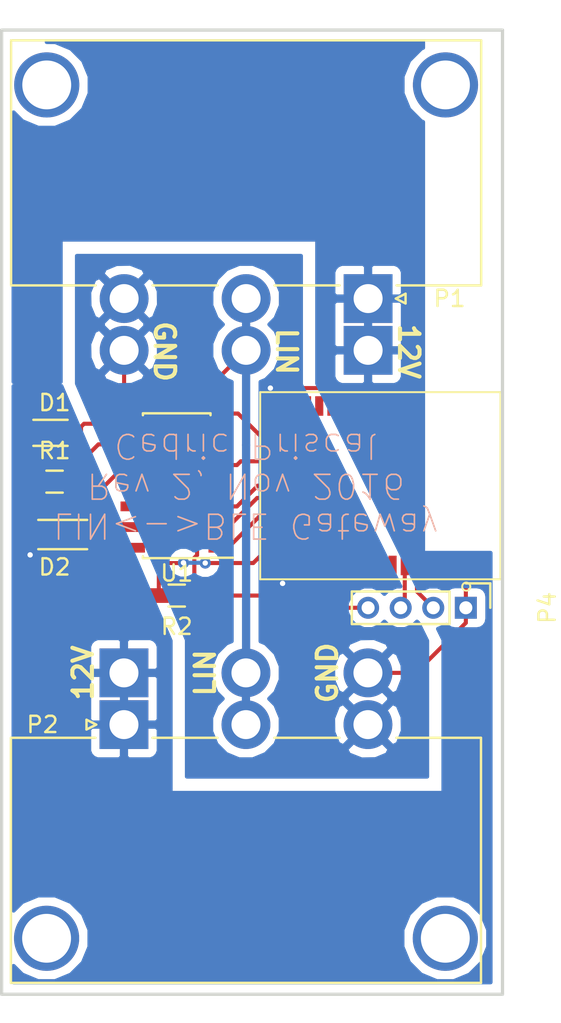
<source format=kicad_pcb>
(kicad_pcb (version 4) (host pcbnew 4.0.4+e1-6308~48~ubuntu16.04.1-stable)

  (general
    (links 33)
    (no_connects 0)
    (area 133.234999 72.525 168.075 135.755)
    (thickness 1.6)
    (drawings 11)
    (tracks 95)
    (zones 0)
    (modules 9)
    (nets 13)
  )

  (page A4)
  (layers
    (0 F.Cu signal)
    (31 B.Cu signal)
    (32 B.Adhes user)
    (33 F.Adhes user)
    (34 B.Paste user)
    (35 F.Paste user)
    (36 B.SilkS user)
    (37 F.SilkS user)
    (38 B.Mask user)
    (39 F.Mask user)
    (40 Dwgs.User user)
    (41 Cmts.User user)
    (42 Eco1.User user)
    (43 Eco2.User user)
    (44 Edge.Cuts user)
    (45 Margin user)
    (46 B.CrtYd user)
    (47 F.CrtYd user)
    (48 B.Fab user)
    (49 F.Fab user)
  )

  (setup
    (last_trace_width 0.25)
    (trace_clearance 0.2)
    (zone_clearance 0.508)
    (zone_45_only no)
    (trace_min 0.1524)
    (segment_width 0.2)
    (edge_width 0.2)
    (via_size 0.6858)
    (via_drill 0.3302)
    (via_min_size 0.6858)
    (via_min_drill 0.3)
    (uvia_size 0.3)
    (uvia_drill 0.1)
    (uvias_allowed no)
    (uvia_min_size 0)
    (uvia_min_drill 0)
    (pcb_text_width 0.3)
    (pcb_text_size 1.5 1.5)
    (mod_edge_width 0.15)
    (mod_text_size 1 1)
    (mod_text_width 0.15)
    (pad_size 1.524 1.524)
    (pad_drill 0.762)
    (pad_to_mask_clearance 0.2)
    (aux_axis_origin 133.5 74.5)
    (visible_elements FFFEEFFF)
    (pcbplotparams
      (layerselection 0x00030_80000001)
      (usegerberextensions false)
      (excludeedgelayer true)
      (linewidth 0.100000)
      (plotframeref false)
      (viasonmask false)
      (mode 1)
      (useauxorigin false)
      (hpglpennumber 1)
      (hpglpenspeed 20)
      (hpglpendiameter 15)
      (hpglpenoverlay 2)
      (psnegative false)
      (psa4output false)
      (plotreference true)
      (plotvalue true)
      (plotinvisibletext false)
      (padsonsilk false)
      (subtractmaskfromsilk false)
      (outputformat 1)
      (mirror false)
      (drillshape 1)
      (scaleselection 1)
      (outputdirectory ""))
  )

  (net 0 "")
  (net 1 GND)
  (net 2 +12V)
  (net 3 "Net-(P4-Pad2)")
  (net 4 "Net-(P4-Pad3)")
  (net 5 "Net-(D1-Pad1)")
  (net 6 +3V3)
  (net 7 /CS/LWAKE)
  (net 8 /FAULT)
  (net 9 /VBAT_RATIO)
  (net 10 /RXD)
  (net 11 /TXD)
  (net 12 /12V_UNPROTECTED)

  (net_class Default "This is the default net class."
    (clearance 0.2)
    (trace_width 0.25)
    (via_dia 0.6858)
    (via_drill 0.3302)
    (uvia_dia 0.3)
    (uvia_drill 0.1)
    (add_net +12V)
    (add_net +3V3)
    (add_net /12V_UNPROTECTED)
    (add_net /CS/LWAKE)
    (add_net /FAULT)
    (add_net /RXD)
    (add_net /TXD)
    (add_net /VBAT_RATIO)
    (add_net GND)
    (add_net "Net-(D1-Pad1)")
    (add_net "Net-(P4-Pad2)")
    (add_net "Net-(P4-Pad3)")
  )

  (module Connectors_Molex:Molex_Sabre_43160-XX03_03x7.49mm_Angled_BoardLock (layer F.Cu) (tedit 5794C14F) (tstamp 583FBBC9)
    (at 141.01 117.18)
    (descr "Sabre™ Right Angle Header, 43160-XX03, http://www.molex.com/pdm_docs/sd/431601102_sd.pdf")
    (tags "connector molex sabre 43160")
    (path /583FBC94)
    (fp_text reference P2 (at -5 0) (layer F.SilkS)
      (effects (font (size 1 1) (thickness 0.15)))
    )
    (fp_text value MOLEX-0431603103 (at 7.49 17.5) (layer F.Fab)
      (effects (font (size 1 1) (thickness 0.15)))
    )
    (fp_line (start -1.7 0) (end -2.3 0.3) (layer F.SilkS) (width 0.15))
    (fp_line (start -2.3 0.3) (end -2.3 -0.3) (layer F.SilkS) (width 0.15))
    (fp_line (start -2.3 -0.3) (end -1.7 0) (layer F.SilkS) (width 0.15))
    (fp_line (start -6.94 0.81) (end -6.94 15.87) (layer F.SilkS) (width 0.15))
    (fp_line (start -6.94 15.87) (end 21.92 15.87) (layer F.SilkS) (width 0.15))
    (fp_line (start 21.92 15.87) (end 21.92 0.81) (layer F.SilkS) (width 0.15))
    (fp_line (start -6.94 0.81) (end -1.75 0.81) (layer F.SilkS) (width 0.15))
    (fp_line (start 1.75 0.81) (end 5.74 0.81) (layer F.SilkS) (width 0.15))
    (fp_line (start 9.24 0.81) (end 13.23 0.81) (layer F.SilkS) (width 0.15))
    (fp_line (start 16.73 0.81) (end 21.92 0.81) (layer F.SilkS) (width 0.15))
    (fp_line (start -7.55 -5.2) (end -7.55 16.45) (layer F.CrtYd) (width 0.05))
    (fp_line (start -7.55 16.45) (end 22.5 16.45) (layer F.CrtYd) (width 0.05))
    (fp_line (start 22.5 16.45) (end 22.5 -5.2) (layer F.CrtYd) (width 0.05))
    (fp_line (start 22.5 -5.2) (end -7.55 -5.2) (layer F.CrtYd) (width 0.05))
    (pad 1 thru_hole rect (at 0 0) (size 3 3) (drill 1.78) (layers *.Cu *.Mask)
      (net 12 /12V_UNPROTECTED))
    (pad 1 thru_hole rect (at 0 -3.18) (size 3 3) (drill 1.78) (layers *.Cu *.Mask)
      (net 12 /12V_UNPROTECTED))
    (pad 2 thru_hole circle (at 7.49 0) (size 3 3) (drill 1.78) (layers *.Cu *.Mask)
      (net 5 "Net-(D1-Pad1)"))
    (pad 2 thru_hole circle (at 7.49 -3.18) (size 3 3) (drill 1.78) (layers *.Cu *.Mask)
      (net 5 "Net-(D1-Pad1)"))
    (pad 3 thru_hole circle (at 14.98 0) (size 3 3) (drill 1.78) (layers *.Cu *.Mask)
      (net 1 GND))
    (pad 3 thru_hole circle (at 14.98 -3.18) (size 3 3) (drill 1.78) (layers *.Cu *.Mask)
      (net 1 GND))
    (pad "" thru_hole circle (at -4.75 13.13) (size 4 4) (drill 3) (layers *.Cu *.Mask))
    (pad "" thru_hole circle (at 19.73 13.13) (size 4 4) (drill 3) (layers *.Cu *.Mask))
  )

  (module Connectors_Molex:Molex_Sabre_43160-XX03_03x7.49mm_Angled_BoardLock (layer F.Cu) (tedit 5794C14F) (tstamp 583D3374)
    (at 156 91 180)
    (descr "Sabre™ Right Angle Header, 43160-XX03, http://www.molex.com/pdm_docs/sd/431601102_sd.pdf")
    (tags "connector molex sabre 43160")
    (path /583D301B)
    (fp_text reference P1 (at -5 0 180) (layer F.SilkS)
      (effects (font (size 1 1) (thickness 0.15)))
    )
    (fp_text value MOLEX-0431603103 (at 7.49 17.5 180) (layer F.Fab)
      (effects (font (size 1 1) (thickness 0.15)))
    )
    (fp_line (start -1.7 0) (end -2.3 0.3) (layer F.SilkS) (width 0.15))
    (fp_line (start -2.3 0.3) (end -2.3 -0.3) (layer F.SilkS) (width 0.15))
    (fp_line (start -2.3 -0.3) (end -1.7 0) (layer F.SilkS) (width 0.15))
    (fp_line (start -6.94 0.81) (end -6.94 15.87) (layer F.SilkS) (width 0.15))
    (fp_line (start -6.94 15.87) (end 21.92 15.87) (layer F.SilkS) (width 0.15))
    (fp_line (start 21.92 15.87) (end 21.92 0.81) (layer F.SilkS) (width 0.15))
    (fp_line (start -6.94 0.81) (end -1.75 0.81) (layer F.SilkS) (width 0.15))
    (fp_line (start 1.75 0.81) (end 5.74 0.81) (layer F.SilkS) (width 0.15))
    (fp_line (start 9.24 0.81) (end 13.23 0.81) (layer F.SilkS) (width 0.15))
    (fp_line (start 16.73 0.81) (end 21.92 0.81) (layer F.SilkS) (width 0.15))
    (fp_line (start -7.55 -5.2) (end -7.55 16.45) (layer F.CrtYd) (width 0.05))
    (fp_line (start -7.55 16.45) (end 22.5 16.45) (layer F.CrtYd) (width 0.05))
    (fp_line (start 22.5 16.45) (end 22.5 -5.2) (layer F.CrtYd) (width 0.05))
    (fp_line (start 22.5 -5.2) (end -7.55 -5.2) (layer F.CrtYd) (width 0.05))
    (pad 1 thru_hole rect (at 0 0 180) (size 3 3) (drill 1.78) (layers *.Cu *.Mask)
      (net 12 /12V_UNPROTECTED))
    (pad 1 thru_hole rect (at 0 -3.18 180) (size 3 3) (drill 1.78) (layers *.Cu *.Mask)
      (net 12 /12V_UNPROTECTED))
    (pad 2 thru_hole circle (at 7.49 0 180) (size 3 3) (drill 1.78) (layers *.Cu *.Mask)
      (net 5 "Net-(D1-Pad1)"))
    (pad 2 thru_hole circle (at 7.49 -3.18 180) (size 3 3) (drill 1.78) (layers *.Cu *.Mask)
      (net 5 "Net-(D1-Pad1)"))
    (pad 3 thru_hole circle (at 14.98 0 180) (size 3 3) (drill 1.78) (layers *.Cu *.Mask)
      (net 1 GND))
    (pad 3 thru_hole circle (at 14.98 -3.18 180) (size 3 3) (drill 1.78) (layers *.Cu *.Mask)
      (net 1 GND))
    (pad "" thru_hole circle (at -4.75 13.13 180) (size 4 4) (drill 3) (layers *.Cu *.Mask))
    (pad "" thru_hole circle (at 19.73 13.13 180) (size 4 4) (drill 3) (layers *.Cu *.Mask))
  )

  (module Resistors_SMD:R_0603_HandSoldering (layer F.Cu) (tedit 58307AEF) (tstamp 583D1F64)
    (at 136.75 102.25)
    (descr "Resistor SMD 0603, hand soldering")
    (tags "resistor 0603")
    (path /583D2468)
    (attr smd)
    (fp_text reference R1 (at 0 -1.9) (layer F.SilkS)
      (effects (font (size 1 1) (thickness 0.15)))
    )
    (fp_text value 10k (at 0 1.9) (layer F.Fab)
      (effects (font (size 1 1) (thickness 0.15)))
    )
    (fp_line (start -0.8 0.4) (end -0.8 -0.4) (layer F.Fab) (width 0.1))
    (fp_line (start 0.8 0.4) (end -0.8 0.4) (layer F.Fab) (width 0.1))
    (fp_line (start 0.8 -0.4) (end 0.8 0.4) (layer F.Fab) (width 0.1))
    (fp_line (start -0.8 -0.4) (end 0.8 -0.4) (layer F.Fab) (width 0.1))
    (fp_line (start -2 -0.8) (end 2 -0.8) (layer F.CrtYd) (width 0.05))
    (fp_line (start -2 0.8) (end 2 0.8) (layer F.CrtYd) (width 0.05))
    (fp_line (start -2 -0.8) (end -2 0.8) (layer F.CrtYd) (width 0.05))
    (fp_line (start 2 -0.8) (end 2 0.8) (layer F.CrtYd) (width 0.05))
    (fp_line (start 0.5 0.675) (end -0.5 0.675) (layer F.SilkS) (width 0.15))
    (fp_line (start -0.5 -0.675) (end 0.5 -0.675) (layer F.SilkS) (width 0.15))
    (pad 1 smd rect (at -1.1 0) (size 1.2 0.9) (layers F.Cu F.Paste F.Mask)
      (net 2 +12V))
    (pad 2 smd rect (at 1.1 0) (size 1.2 0.9) (layers F.Cu F.Paste F.Mask)
      (net 5 "Net-(D1-Pad1)"))
    (model Resistors_SMD.3dshapes/R_0603_HandSoldering.wrl
      (at (xyz 0 0 0))
      (scale (xyz 1 1 1))
      (rotate (xyz 0 0 0))
    )
  )

  (module Pin_Headers:Pin_Header_Straight_1x04_Pitch2.00mm (layer F.Cu) (tedit 56FA75DA) (tstamp 58085EF5)
    (at 162 110 270)
    (descr "Through hole pin header, 1x04, 2.00mm pitch, single row")
    (tags "pin header single row")
    (path /580874C5)
    (fp_text reference P4 (at 0 -5 270) (layer F.SilkS)
      (effects (font (size 1 1) (thickness 0.15)))
    )
    (fp_text value CONN_01X03 (at 0 -3 270) (layer F.Fab)
      (effects (font (size 1 1) (thickness 0.15)))
    )
    (fp_line (start -1 1) (end 1 1) (layer F.SilkS) (width 0.15))
    (fp_line (start 1 1) (end 1 7) (layer F.SilkS) (width 0.15))
    (fp_line (start 1 7) (end -1 7) (layer F.SilkS) (width 0.15))
    (fp_line (start -1 7) (end -1 1) (layer F.SilkS) (width 0.15))
    (fp_line (start -1.6 -1.6) (end 1.6 -1.6) (layer F.CrtYd) (width 0.05))
    (fp_line (start 1.6 -1.6) (end 1.6 7.6) (layer F.CrtYd) (width 0.05))
    (fp_line (start 1.6 7.6) (end -1.6 7.6) (layer F.CrtYd) (width 0.05))
    (fp_line (start -1.6 7.6) (end -1.6 -1.6) (layer F.CrtYd) (width 0.05))
    (fp_line (start -1.5 0) (end -1.5 -1.5) (layer F.SilkS) (width 0.15))
    (fp_line (start -1.5 -1.5) (end 0 -1.5) (layer F.SilkS) (width 0.15))
    (pad 1 thru_hole rect (at 0 0 270) (size 1.35 1.35) (drill 0.8) (layers *.Cu *.Mask)
      (net 1 GND))
    (pad 2 thru_hole circle (at 0 2 270) (size 1.35 1.35) (drill 0.8) (layers *.Cu *.Mask)
      (net 3 "Net-(P4-Pad2)"))
    (pad 3 thru_hole circle (at 0 4 270) (size 1.35 1.35) (drill 0.8) (layers *.Cu *.Mask)
      (net 4 "Net-(P4-Pad3)"))
    (pad 4 thru_hole circle (at 0 6 270) (size 1.35 1.35) (drill 0.8) (layers *.Cu *.Mask)
      (net 6 +3V3))
    (model Pin_Headers.3dshapes/Pin_Header_Straight_1x04_Pitch2.00mm.wrl
      (at (xyz 0 0 0))
      (scale (xyz 1 1 1))
      (rotate (xyz 0 0 0))
    )
  )

  (module Diodes_SMD:SOD-123 (layer F.Cu) (tedit 5753A53E) (tstamp 580859BD)
    (at 136.75 105.5 180)
    (descr SOD-123)
    (tags SOD-123)
    (path /58088008)
    (attr smd)
    (fp_text reference D2 (at 0 -2 180) (layer F.SilkS)
      (effects (font (size 1 1) (thickness 0.15)))
    )
    (fp_text value 1N4148 (at 0 2.1 180) (layer F.Fab)
      (effects (font (size 1 1) (thickness 0.15)))
    )
    (fp_line (start 0.25 0) (end 0.75 0) (layer F.Fab) (width 0.15))
    (fp_line (start 0.25 0.4) (end -0.35 0) (layer F.Fab) (width 0.15))
    (fp_line (start 0.25 -0.4) (end 0.25 0.4) (layer F.Fab) (width 0.15))
    (fp_line (start -0.35 0) (end 0.25 -0.4) (layer F.Fab) (width 0.15))
    (fp_line (start -0.35 0) (end -0.35 0.55) (layer F.Fab) (width 0.15))
    (fp_line (start -0.35 0) (end -0.35 -0.55) (layer F.Fab) (width 0.15))
    (fp_line (start -0.75 0) (end -0.35 0) (layer F.Fab) (width 0.15))
    (fp_line (start -1.35 0.8) (end -1.35 -0.8) (layer F.Fab) (width 0.15))
    (fp_line (start 1.35 0.8) (end -1.35 0.8) (layer F.Fab) (width 0.15))
    (fp_line (start 1.35 -0.8) (end 1.35 0.8) (layer F.Fab) (width 0.15))
    (fp_line (start -1.35 -0.8) (end 1.35 -0.8) (layer F.Fab) (width 0.15))
    (fp_line (start -2.25 -1.05) (end 2.25 -1.05) (layer F.CrtYd) (width 0.05))
    (fp_line (start 2.25 -1.05) (end 2.25 1.05) (layer F.CrtYd) (width 0.05))
    (fp_line (start 2.25 1.05) (end -2.25 1.05) (layer F.CrtYd) (width 0.05))
    (fp_line (start -2.25 -1.05) (end -2.25 1.05) (layer F.CrtYd) (width 0.05))
    (fp_line (start -2 0.9) (end 1 0.9) (layer F.SilkS) (width 0.15))
    (fp_line (start -2 -0.9) (end 1 -0.9) (layer F.SilkS) (width 0.15))
    (pad 1 smd rect (at -1.635 0 180) (size 0.91 1.22) (layers F.Cu F.Paste F.Mask)
      (net 2 +12V))
    (pad 2 smd rect (at 1.635 0 180) (size 0.91 1.22) (layers F.Cu F.Paste F.Mask)
      (net 12 /12V_UNPROTECTED))
    (model ${KISYS3DMOD}/Diodes_SMD.3dshapes/SOD-123.wrl
      (at (xyz 0 0 0))
      (scale (xyz 1 1 1))
      (rotate (xyz 0 0 0))
    )
  )

  (module Diodes_SMD:SOD-323_HandSoldering (layer F.Cu) (tedit 57A875DC) (tstamp 580859B7)
    (at 136.75 99.25)
    (descr SOD-323)
    (tags SOD-323)
    (path /58088341)
    (attr smd)
    (fp_text reference D1 (at 0 -1.85) (layer F.SilkS)
      (effects (font (size 1 1) (thickness 0.15)))
    )
    (fp_text value RSB36V (at 0.1 1.9) (layer F.Fab)
      (effects (font (size 1 1) (thickness 0.15)))
    )
    (fp_line (start 0.2 0) (end 0.45 0) (layer F.Fab) (width 0.15))
    (fp_line (start 0.2 0.35) (end -0.3 0) (layer F.Fab) (width 0.15))
    (fp_line (start 0.2 -0.35) (end 0.2 0.35) (layer F.Fab) (width 0.15))
    (fp_line (start -0.3 0) (end 0.2 -0.35) (layer F.Fab) (width 0.15))
    (fp_line (start -0.3 0) (end -0.5 0) (layer F.Fab) (width 0.15))
    (fp_line (start -0.3 -0.35) (end -0.3 0.35) (layer F.Fab) (width 0.15))
    (fp_line (start -0.85 0.65) (end -0.85 -0.65) (layer F.Fab) (width 0.15))
    (fp_line (start 0.85 0.65) (end -0.85 0.65) (layer F.Fab) (width 0.15))
    (fp_line (start 0.85 -0.65) (end 0.85 0.65) (layer F.Fab) (width 0.15))
    (fp_line (start -0.85 -0.65) (end 0.85 -0.65) (layer F.Fab) (width 0.15))
    (fp_line (start -1.9 -0.95) (end 1.9 -0.95) (layer F.CrtYd) (width 0.05))
    (fp_line (start 1.9 -0.95) (end 1.9 0.95) (layer F.CrtYd) (width 0.05))
    (fp_line (start -1.9 0.95) (end 1.9 0.95) (layer F.CrtYd) (width 0.05))
    (fp_line (start -1.9 -0.95) (end -1.9 0.95) (layer F.CrtYd) (width 0.05))
    (fp_line (start -1.3 0.8) (end 0.8 0.8) (layer F.SilkS) (width 0.15))
    (fp_line (start -1.3 -0.8) (end 0.8 -0.8) (layer F.SilkS) (width 0.15))
    (pad 1 smd rect (at -1.25 0) (size 1 1) (layers F.Cu F.Paste F.Mask)
      (net 5 "Net-(D1-Pad1)"))
    (pad 2 smd rect (at 1.25 0) (size 1 1) (layers F.Cu F.Paste F.Mask)
      (net 1 GND))
    (model Diodes_SMD.3dshapes/SOD-323.wrl
      (at (xyz 0 0 0))
      (scale (xyz 1 1 1))
      (rotate (xyz 0 0 180))
    )
  )

  (module Housings_SOIC:SOIC-14_3.9x8.7mm_Pitch1.27mm (layer F.Cu) (tedit 574D9791) (tstamp 580718C0)
    (at 144.25 102.5 180)
    (descr "14-Lead Plastic Small Outline (SL) - Narrow, 3.90 mm Body [SOIC] (see Microchip Packaging Specification 00000049BS.pdf)")
    (tags "SOIC 1.27")
    (path /5807224D)
    (attr smd)
    (fp_text reference U1 (at 0 -5.375 180) (layer F.SilkS)
      (effects (font (size 1 1) (thickness 0.15)))
    )
    (fp_text value MCP2050 (at 0 5.375 180) (layer F.Fab)
      (effects (font (size 1 1) (thickness 0.15)))
    )
    (fp_line (start -0.95 -4.35) (end 1.95 -4.35) (layer F.Fab) (width 0.15))
    (fp_line (start 1.95 -4.35) (end 1.95 4.35) (layer F.Fab) (width 0.15))
    (fp_line (start 1.95 4.35) (end -1.95 4.35) (layer F.Fab) (width 0.15))
    (fp_line (start -1.95 4.35) (end -1.95 -3.35) (layer F.Fab) (width 0.15))
    (fp_line (start -1.95 -3.35) (end -0.95 -4.35) (layer F.Fab) (width 0.15))
    (fp_line (start -3.7 -4.65) (end -3.7 4.65) (layer F.CrtYd) (width 0.05))
    (fp_line (start 3.7 -4.65) (end 3.7 4.65) (layer F.CrtYd) (width 0.05))
    (fp_line (start -3.7 -4.65) (end 3.7 -4.65) (layer F.CrtYd) (width 0.05))
    (fp_line (start -3.7 4.65) (end 3.7 4.65) (layer F.CrtYd) (width 0.05))
    (fp_line (start -2.075 -4.45) (end -2.075 -4.425) (layer F.SilkS) (width 0.15))
    (fp_line (start 2.075 -4.45) (end 2.075 -4.335) (layer F.SilkS) (width 0.15))
    (fp_line (start 2.075 4.45) (end 2.075 4.335) (layer F.SilkS) (width 0.15))
    (fp_line (start -2.075 4.45) (end -2.075 4.335) (layer F.SilkS) (width 0.15))
    (fp_line (start -2.075 -4.45) (end 2.075 -4.45) (layer F.SilkS) (width 0.15))
    (fp_line (start -2.075 4.45) (end 2.075 4.45) (layer F.SilkS) (width 0.15))
    (fp_line (start -2.075 -4.425) (end -3.45 -4.425) (layer F.SilkS) (width 0.15))
    (pad 1 smd rect (at -2.7 -3.81 180) (size 1.5 0.6) (layers F.Cu F.Paste F.Mask)
      (net 9 /VBAT_RATIO))
    (pad 2 smd rect (at -2.7 -2.54 180) (size 1.5 0.6) (layers F.Cu F.Paste F.Mask)
      (net 10 /RXD))
    (pad 3 smd rect (at -2.7 -1.27 180) (size 1.5 0.6) (layers F.Cu F.Paste F.Mask)
      (net 7 /CS/LWAKE))
    (pad 4 smd rect (at -2.7 0 180) (size 1.5 0.6) (layers F.Cu F.Paste F.Mask)
      (net 6 +3V3))
    (pad 5 smd rect (at -2.7 1.27 180) (size 1.5 0.6) (layers F.Cu F.Paste F.Mask)
      (net 11 /TXD))
    (pad 6 smd rect (at -2.7 2.54 180) (size 1.5 0.6) (layers F.Cu F.Paste F.Mask))
    (pad 7 smd rect (at -2.7 3.81 180) (size 1.5 0.6) (layers F.Cu F.Paste F.Mask))
    (pad 8 smd rect (at 2.7 3.81 180) (size 1.5 0.6) (layers F.Cu F.Paste F.Mask)
      (net 1 GND))
    (pad 9 smd rect (at 2.7 2.54 180) (size 1.5 0.6) (layers F.Cu F.Paste F.Mask)
      (net 5 "Net-(D1-Pad1)"))
    (pad 10 smd rect (at 2.7 1.27 180) (size 1.5 0.6) (layers F.Cu F.Paste F.Mask)
      (net 2 +12V))
    (pad 11 smd rect (at 2.7 0 180) (size 1.5 0.6) (layers F.Cu F.Paste F.Mask)
      (net 8 /FAULT))
    (pad 12 smd rect (at 2.7 -1.27 180) (size 1.5 0.6) (layers F.Cu F.Paste F.Mask))
    (pad 13 smd rect (at 2.7 -2.54 180) (size 1.5 0.6) (layers F.Cu F.Paste F.Mask))
    (pad 14 smd rect (at 2.7 -3.81 180) (size 1.5 0.6) (layers F.Cu F.Paste F.Mask))
    (model Housings_SOIC.3dshapes/SOIC-14_3.9x8.7mm_Pitch1.27mm.wrl
      (at (xyz 0 0 0))
      (scale (xyz 1 1 1))
      (rotate (xyz 0 0 0))
    )
  )

  (module Resistors_SMD:R_0603_HandSoldering (layer F.Cu) (tedit 58307AEF) (tstamp 58071F28)
    (at 144.25 109.25 180)
    (descr "Resistor SMD 0603, hand soldering")
    (tags "resistor 0603")
    (path /58073BC8)
    (attr smd)
    (fp_text reference R2 (at 0 -1.9 180) (layer F.SilkS)
      (effects (font (size 1 1) (thickness 0.15)))
    )
    (fp_text value 10k (at 0 1.9 180) (layer F.Fab)
      (effects (font (size 1 1) (thickness 0.15)))
    )
    (fp_line (start -0.8 0.4) (end -0.8 -0.4) (layer F.Fab) (width 0.1))
    (fp_line (start 0.8 0.4) (end -0.8 0.4) (layer F.Fab) (width 0.1))
    (fp_line (start 0.8 -0.4) (end 0.8 0.4) (layer F.Fab) (width 0.1))
    (fp_line (start -0.8 -0.4) (end 0.8 -0.4) (layer F.Fab) (width 0.1))
    (fp_line (start -2 -0.8) (end 2 -0.8) (layer F.CrtYd) (width 0.05))
    (fp_line (start -2 0.8) (end 2 0.8) (layer F.CrtYd) (width 0.05))
    (fp_line (start -2 -0.8) (end -2 0.8) (layer F.CrtYd) (width 0.05))
    (fp_line (start 2 -0.8) (end 2 0.8) (layer F.CrtYd) (width 0.05))
    (fp_line (start 0.5 0.675) (end -0.5 0.675) (layer F.SilkS) (width 0.15))
    (fp_line (start -0.5 -0.675) (end 0.5 -0.675) (layer F.SilkS) (width 0.15))
    (pad 1 smd rect (at -1.1 0 180) (size 1.2 0.9) (layers F.Cu F.Paste F.Mask)
      (net 6 +3V3))
    (pad 2 smd rect (at 1.1 0 180) (size 1.2 0.9) (layers F.Cu F.Paste F.Mask)
      (net 8 /FAULT))
    (model Resistors_SMD.3dshapes/R_0603_HandSoldering.wrl
      (at (xyz 0 0 0))
      (scale (xyz 1 1 1))
      (rotate (xyz 0 0 0))
    )
  )

  (module RF_Modules:Laird_BL652 (layer F.Cu) (tedit 5862C437) (tstamp 5862C5C3)
    (at 156.375 102.5 180)
    (path /5807152B)
    (fp_text reference U2 (at 0 1.25 180) (layer F.Fab)
      (effects (font (size 2 2) (thickness 0.15)))
    )
    (fp_text value BL652 (at -0.05 -1.25 180) (layer F.Fab)
      (effects (font (size 1 1) (thickness 0.15)))
    )
    (fp_line (start -7.75 5.75) (end -7.75 -5.75) (layer F.Fab) (width 0.1))
    (fp_line (start 7 5.75) (end -7.75 5.75) (layer F.Fab) (width 0.1))
    (fp_line (start 7 -5.75) (end 7 5.75) (layer F.Fab) (width 0.1))
    (fp_line (start -7.75 -5.75) (end 7 -5.75) (layer F.Fab) (width 0.1))
    (fp_circle (center -5.65 -6.2) (end -5.65 -5.95) (layer F.SilkS) (width 0.12))
    (fp_line (start -7.75 5.75) (end -7.75 -5.75) (layer F.SilkS) (width 0.12))
    (fp_line (start 7 5.75) (end -7.75 5.75) (layer F.SilkS) (width 0.12))
    (fp_line (start 7 -5.75) (end 7 5.75) (layer F.SilkS) (width 0.12))
    (fp_line (start -7.75 -5.75) (end 7 -5.75) (layer F.SilkS) (width 0.12))
    (fp_line (start 6.175 5) (end -7.825 5) (layer F.CrtYd) (width 0.05))
    (fp_line (start 6.175 -5) (end 6.175 5) (layer F.CrtYd) (width 0.05))
    (fp_line (start -7.825 -5) (end 6.175 -5) (layer F.CrtYd) (width 0.05))
    (fp_line (start -7.825 -5) (end -7.825 5) (layer F.CrtYd) (width 0.05))
    (pad 1 smd rect (at -5.625 -4.9 270) (size 1.2 0.5) (layers F.Cu F.Paste F.Mask)
      (net 1 GND))
    (pad 2 smd rect (at -4.875 -4.9 270) (size 1.2 0.5) (layers F.Cu F.Paste F.Mask))
    (pad 3 smd rect (at -4.125 -4.9 270) (size 1.2 0.5) (layers F.Cu F.Paste F.Mask))
    (pad 4 smd rect (at -3.375 -4.9 270) (size 1.2 0.5) (layers F.Cu F.Paste F.Mask))
    (pad 5 smd rect (at -2.625 -4.9 270) (size 1.2 0.5) (layers F.Cu F.Paste F.Mask)
      (net 3 "Net-(P4-Pad2)"))
    (pad 6 smd rect (at -1.875 -4.9 270) (size 1.2 0.5) (layers F.Cu F.Paste F.Mask)
      (net 4 "Net-(P4-Pad3)"))
    (pad 7 smd rect (at -1.125 -4.9 270) (size 1.2 0.5) (layers F.Cu F.Paste F.Mask))
    (pad 8 smd rect (at -0.375 -4.9 270) (size 1.2 0.5) (layers F.Cu F.Paste F.Mask))
    (pad 9 smd rect (at 0.375 -4.9 270) (size 1.2 0.5) (layers F.Cu F.Paste F.Mask))
    (pad 10 smd rect (at 1.125 -4.9 270) (size 1.2 0.5) (layers F.Cu F.Paste F.Mask))
    (pad 11 smd rect (at 1.875 -4.9 270) (size 1.2 0.5) (layers F.Cu F.Paste F.Mask))
    (pad 12 smd rect (at 2.625 -4.9 270) (size 1.2 0.5) (layers F.Cu F.Paste F.Mask))
    (pad 13 smd rect (at 3.375 -4.9 270) (size 1.2 0.5) (layers F.Cu F.Paste F.Mask))
    (pad 14 smd rect (at 4.125 -4.9 270) (size 1.2 0.5) (layers F.Cu F.Paste F.Mask))
    (pad 15 smd rect (at 4.875 -4.9 270) (size 1.2 0.5) (layers F.Cu F.Paste F.Mask))
    (pad 16 smd rect (at 5.625 -4.9 270) (size 1.2 0.5) (layers F.Cu F.Paste F.Mask)
      (net 1 GND))
    (pad 17 smd rect (at 6.075 -3.75 180) (size 1.2 0.5) (layers F.Cu F.Paste F.Mask)
      (net 8 /FAULT))
    (pad 18 smd rect (at 6.075 -3 180) (size 1.2 0.5) (layers F.Cu F.Paste F.Mask))
    (pad 19 smd rect (at 6.075 -2.25 180) (size 1.2 0.5) (layers F.Cu F.Paste F.Mask))
    (pad 20 smd rect (at 6.075 -1.5 180) (size 1.2 0.5) (layers F.Cu F.Paste F.Mask)
      (net 9 /VBAT_RATIO))
    (pad 21 smd rect (at 6.075 -0.75 180) (size 1.2 0.5) (layers F.Cu F.Paste F.Mask)
      (net 10 /RXD))
    (pad 22 smd rect (at 6.075 0 180) (size 1.2 0.5) (layers F.Cu F.Paste F.Mask)
      (net 7 /CS/LWAKE))
    (pad 23 smd rect (at 6.075 0.75 180) (size 1.2 0.5) (layers F.Cu F.Paste F.Mask))
    (pad 24 smd rect (at 6.075 1.5 180) (size 1.2 0.5) (layers F.Cu F.Paste F.Mask)
      (net 11 /TXD))
    (pad 25 smd rect (at 6.075 2.25 180) (size 1.2 0.5) (layers F.Cu F.Paste F.Mask))
    (pad 26 smd rect (at 6.075 3 180) (size 1.2 0.5) (layers F.Cu F.Paste F.Mask)
      (net 6 +3V3))
    (pad 27 smd rect (at 6.075 3.75 180) (size 1.2 0.5) (layers F.Cu F.Paste F.Mask)
      (net 1 GND))
    (pad 28 smd rect (at 5.625 4.9 270) (size 1.2 0.5) (layers F.Cu F.Paste F.Mask))
    (pad 29 smd rect (at 4.875 4.9 270) (size 1.2 0.5) (layers F.Cu F.Paste F.Mask))
    (pad 30 smd rect (at 4.125 4.9 270) (size 1.2 0.5) (layers F.Cu F.Paste F.Mask))
    (pad 31 smd rect (at 3.375 4.9 270) (size 1.2 0.5) (layers F.Cu F.Paste F.Mask))
    (pad 32 smd rect (at 2.625 4.9 270) (size 1.2 0.5) (layers F.Cu F.Paste F.Mask))
    (pad 33 smd rect (at 1.875 4.9 270) (size 1.2 0.5) (layers F.Cu F.Paste F.Mask))
    (pad 34 smd rect (at 1.125 4.9 270) (size 1.2 0.5) (layers F.Cu F.Paste F.Mask))
    (pad 35 smd rect (at 0.375 4.9 270) (size 1.2 0.5) (layers F.Cu F.Paste F.Mask))
    (pad 36 smd rect (at -0.375 4.9 270) (size 1.2 0.5) (layers F.Cu F.Paste F.Mask))
    (pad 37 smd rect (at -1.125 4.9 270) (size 1.2 0.5) (layers F.Cu F.Paste F.Mask))
    (pad 38 smd rect (at -1.875 4.9 270) (size 1.2 0.5) (layers F.Cu F.Paste F.Mask))
    (pad 39 smd rect (at -2.625 4.9 270) (size 1.2 0.5) (layers F.Cu F.Paste F.Mask)
      (net 1 GND))
  )

  (gr_text 12V (at 158.5 94.25 270) (layer F.SilkS) (tstamp 583FCF22)
    (effects (font (size 1.2 1.2) (thickness 0.25)))
  )
  (gr_text LIN (at 151 94.25 270) (layer F.SilkS) (tstamp 583FCF0D)
    (effects (font (size 1.2 1.2) (thickness 0.25)))
  )
  (gr_text GND (at 143.5 94.25 270) (layer F.SilkS) (tstamp 583FCEF7)
    (effects (font (size 1.2 1.2) (thickness 0.25)))
  )
  (gr_line (start 133.5 133.75) (end 133.5 74.5) (layer Edge.Cuts) (width 0.2))
  (gr_line (start 164.25 133.75) (end 133.5 133.75) (layer Edge.Cuts) (width 0.2))
  (gr_line (start 164.25 74.5) (end 164.25 133.75) (layer Edge.Cuts) (width 0.2))
  (gr_line (start 133.5 74.5) (end 164.25 74.5) (layer Edge.Cuts) (width 0.2))
  (gr_text "LIN<->BLE Gateway\nRev 2, Nov 2016\nCedric Priscal" (at 148.5 102.5 180) (layer B.SilkS)
    (effects (font (thickness 0.1016)) (justify mirror))
  )
  (gr_text 12V (at 138.5 114 90) (layer F.SilkS) (tstamp 580866BB)
    (effects (font (size 1.2 1.2) (thickness 0.25)))
  )
  (gr_text GND (at 153.5 114 90) (layer F.SilkS) (tstamp 580866A5)
    (effects (font (size 1.2 1.2) (thickness 0.25)))
  )
  (gr_text LIN (at 146 114 90) (layer F.SilkS) (tstamp 58086673)
    (effects (font (size 1.2 1.2) (thickness 0.25)))
  )

  (segment (start 164.25 111) (end 164.25 96.25) (width 0.25) (layer Dwgs.User) (net 0))
  (segment (start 164.25 96.5) (end 164.25 111) (width 0.25) (layer Dwgs.User) (net 0))
  (segment (start 150.3 98.75) (end 149.95 98.75) (width 0.25) (layer F.Cu) (net 1))
  (segment (start 149.95 98.75) (end 149.45 98.25) (width 0.25) (layer F.Cu) (net 1))
  (segment (start 149.657101 96.842899) (end 150 96.5) (width 0.25) (layer F.Cu) (net 1))
  (segment (start 149.45 98.25) (end 149.45 97.05) (width 0.25) (layer F.Cu) (net 1))
  (segment (start 149.45 97.05) (end 149.657101 96.842899) (width 0.25) (layer F.Cu) (net 1))
  (segment (start 159 97.6) (end 159 96.75) (width 0.25) (layer F.Cu) (net 1))
  (segment (start 159 96.75) (end 158.75 96.5) (width 0.25) (layer F.Cu) (net 1))
  (segment (start 158.75 96.5) (end 150 96.5) (width 0.25) (layer F.Cu) (net 1))
  (via (at 150 96.5) (size 0.6858) (drill 0.3302) (layers F.Cu B.Cu) (net 1))
  (segment (start 150.75 107.4) (end 150.75 108.5) (width 0.25) (layer F.Cu) (net 1))
  (via (at 150.75 108.5) (size 0.6858) (drill 0.3302) (layers F.Cu B.Cu) (net 1))
  (segment (start 141.02 94.18) (end 141.02 98.16) (width 0.25) (layer F.Cu) (net 1))
  (segment (start 141.02 98.16) (end 141.55 98.69) (width 0.25) (layer F.Cu) (net 1))
  (segment (start 162 110) (end 162 110.925) (width 0.25) (layer F.Cu) (net 1))
  (segment (start 162 110.925) (end 158.925 114) (width 0.25) (layer F.Cu) (net 1))
  (segment (start 158.925 114) (end 158.11132 114) (width 0.25) (layer F.Cu) (net 1))
  (segment (start 158.11132 114) (end 155.99 114) (width 0.25) (layer F.Cu) (net 1))
  (segment (start 155.99 113.74) (end 155.99 114) (width 0.25) (layer B.Cu) (net 1))
  (segment (start 162 110) (end 162 107.4) (width 0.25) (layer F.Cu) (net 1))
  (segment (start 141.55 98.69) (end 138.56 98.69) (width 0.25) (layer F.Cu) (net 1))
  (segment (start 138.56 98.69) (end 138 99.25) (width 0.25) (layer F.Cu) (net 1))
  (segment (start 141.55 101.23) (end 141.1 101.23) (width 0.25) (layer F.Cu) (net 2))
  (segment (start 141.1 101.23) (end 138.385 103.945) (width 0.25) (layer F.Cu) (net 2))
  (segment (start 138.385 103.945) (end 138.385 104.64) (width 0.25) (layer F.Cu) (net 2))
  (segment (start 138.385 104.64) (end 138.385 105.5) (width 0.25) (layer F.Cu) (net 2))
  (segment (start 135.65 102.25) (end 135.8 102.25) (width 0.25) (layer F.Cu) (net 2))
  (segment (start 135.8 102.25) (end 138.385 104.835) (width 0.25) (layer F.Cu) (net 2))
  (segment (start 138.385 104.835) (end 138.385 105.5) (width 0.25) (layer F.Cu) (net 2))
  (segment (start 160 110) (end 159 109) (width 0.25) (layer F.Cu) (net 3))
  (segment (start 159 109) (end 159 107.4) (width 0.25) (layer F.Cu) (net 3))
  (segment (start 158 110) (end 158.25 109.75) (width 0.25) (layer F.Cu) (net 4))
  (segment (start 158.25 109.75) (end 158.25 108.25) (width 0.25) (layer F.Cu) (net 4))
  (segment (start 158.25 108.25) (end 158.25 107.4) (width 0.25) (layer F.Cu) (net 4))
  (segment (start 141.55 99.96) (end 142.73 99.96) (width 0.25) (layer F.Cu) (net 5))
  (segment (start 142.73 99.96) (end 148.51 94.18) (width 0.25) (layer F.Cu) (net 5))
  (segment (start 148.51 94.18) (end 148.51 100) (width 0.508) (layer B.Cu) (net 5))
  (segment (start 148.51 100) (end 148.51 113.99) (width 0.508) (layer B.Cu) (net 5))
  (segment (start 141.55 99.96) (end 139.44 99.96) (width 0.25) (layer F.Cu) (net 5))
  (segment (start 139.44 99.96) (end 137.85 101.55) (width 0.25) (layer F.Cu) (net 5))
  (segment (start 137.85 101.55) (end 137.85 102.25) (width 0.25) (layer F.Cu) (net 5))
  (segment (start 135.5 99.25) (end 136.25 99.25) (width 0.25) (layer F.Cu) (net 5))
  (segment (start 137.85 100.85) (end 137.85 101.55) (width 0.25) (layer F.Cu) (net 5))
  (segment (start 136.25 99.25) (end 137.85 100.85) (width 0.25) (layer F.Cu) (net 5))
  (segment (start 148.5 114) (end 148.5 117.18) (width 0.508) (layer B.Cu) (net 5))
  (segment (start 148.51 113.99) (end 148.5 114) (width 0.25) (layer B.Cu) (net 5))
  (segment (start 148.51 91) (end 148.51 94.18) (width 0.508) (layer B.Cu) (net 5))
  (segment (start 145.35 108.55) (end 145.332098 108.532098) (width 0.25) (layer F.Cu) (net 6))
  (segment (start 145.5 106.761502) (end 145.5 102.5) (width 0.25) (layer F.Cu) (net 6))
  (segment (start 145.332098 108.532098) (end 145.332098 106.929404) (width 0.25) (layer F.Cu) (net 6))
  (segment (start 145.332098 106.929404) (end 145.5 106.761502) (width 0.25) (layer F.Cu) (net 6))
  (segment (start 145.35 109.25) (end 145.35 108.55) (width 0.25) (layer F.Cu) (net 6))
  (segment (start 156 110) (end 150.25 110) (width 0.25) (layer F.Cu) (net 6))
  (segment (start 150.25 110) (end 149.5 109.25) (width 0.25) (layer F.Cu) (net 6))
  (segment (start 149.5 109.25) (end 145.35 109.25) (width 0.25) (layer F.Cu) (net 6))
  (segment (start 145.5 102.5) (end 145.5 98.504998) (width 0.25) (layer F.Cu) (net 6))
  (segment (start 145.5 98.504998) (end 145.939999 98.064999) (width 0.25) (layer F.Cu) (net 6))
  (segment (start 145.939999 98.064999) (end 148.014999 98.064999) (width 0.25) (layer F.Cu) (net 6))
  (segment (start 148.014999 98.064999) (end 149.45 99.5) (width 0.25) (layer F.Cu) (net 6))
  (segment (start 149.45 99.5) (end 150.3 99.5) (width 0.25) (layer F.Cu) (net 6))
  (segment (start 145.5 102.5) (end 146.95 102.5) (width 0.25) (layer F.Cu) (net 6))
  (segment (start 146.95 103.77) (end 147.95 103.77) (width 0.25) (layer F.Cu) (net 7))
  (segment (start 147.95 103.77) (end 149.22 102.5) (width 0.25) (layer F.Cu) (net 7))
  (segment (start 149.22 102.5) (end 149.45 102.5) (width 0.25) (layer F.Cu) (net 7))
  (segment (start 149.45 102.5) (end 150.3 102.5) (width 0.25) (layer F.Cu) (net 7))
  (segment (start 143.15 107.75) (end 143.15 107.25) (width 0.25) (layer F.Cu) (net 8))
  (segment (start 143.15 107.25) (end 143.15 102.5) (width 0.25) (layer F.Cu) (net 8))
  (segment (start 143.25 107.25) (end 143.15 107.25) (width 0.25) (layer F.Cu) (net 8))
  (segment (start 143.25 107.25) (end 144.646876 107.25) (width 0.25) (layer F.Cu) (net 8))
  (segment (start 144.646876 107.25) (end 144.664189 107.232687) (width 0.25) (layer F.Cu) (net 8))
  (segment (start 150.3 106.25) (end 149.95 106.25) (width 0.25) (layer F.Cu) (net 8))
  (segment (start 148.95 107.25) (end 146.000012 107.25) (width 0.25) (layer F.Cu) (net 8))
  (segment (start 149.95 106.25) (end 148.95 107.25) (width 0.25) (layer F.Cu) (net 8))
  (segment (start 146.000012 107.25) (end 146 107.249988) (width 0.25) (layer F.Cu) (net 8))
  (segment (start 145.982699 107.232687) (end 146 107.249988) (width 0.25) (layer B.Cu) (net 8))
  (segment (start 144.664189 107.232687) (end 145.982699 107.232687) (width 0.25) (layer B.Cu) (net 8))
  (via (at 146 107.249988) (size 0.6858) (drill 0.3302) (layers F.Cu B.Cu) (net 8))
  (via (at 144.664189 107.232687) (size 0.6858) (drill 0.3302) (layers F.Cu B.Cu) (net 8))
  (segment (start 143.15 102.5) (end 141.55 102.5) (width 0.25) (layer F.Cu) (net 8))
  (segment (start 143.15 109.25) (end 143.15 107.75) (width 0.25) (layer F.Cu) (net 8))
  (segment (start 146.95 106.31) (end 147.4 106.31) (width 0.25) (layer F.Cu) (net 9))
  (segment (start 147.4 106.31) (end 149.71 104) (width 0.25) (layer F.Cu) (net 9))
  (segment (start 149.71 104) (end 150.3 104) (width 0.25) (layer F.Cu) (net 9))
  (segment (start 146.95 105.04) (end 147.4 105.04) (width 0.25) (layer F.Cu) (net 10))
  (segment (start 147.4 105.04) (end 149.19 103.25) (width 0.25) (layer F.Cu) (net 10))
  (segment (start 149.19 103.25) (end 149.45 103.25) (width 0.25) (layer F.Cu) (net 10))
  (segment (start 149.45 103.25) (end 150.3 103.25) (width 0.25) (layer F.Cu) (net 10))
  (segment (start 146.95 101.23) (end 147.95 101.23) (width 0.25) (layer F.Cu) (net 11))
  (segment (start 147.95 101.23) (end 148.18 101) (width 0.25) (layer F.Cu) (net 11))
  (segment (start 148.18 101) (end 149.45 101) (width 0.25) (layer F.Cu) (net 11))
  (segment (start 149.45 101) (end 150.3 101) (width 0.25) (layer F.Cu) (net 11))
  (segment (start 135.115 105.5) (end 135.115 106.615) (width 0.25) (layer F.Cu) (net 12))
  (segment (start 135.115 106.615) (end 135.25 106.75) (width 0.25) (layer F.Cu) (net 12))
  (via (at 135.25 106.75) (size 0.6858) (drill 0.3302) (layers F.Cu B.Cu) (net 12))

  (zone (net 1) (net_name GND) (layer B.Cu) (tstamp 0) (hatch edge 0.508)
    (connect_pads (clearance 0.508))
    (min_thickness 0.254)
    (fill yes (arc_segments 16) (thermal_gap 0.508) (thermal_bridge_width 0.508))
    (polygon
      (pts
        (xy 138 88.25) (xy 152 88.25) (xy 152 96.25) (xy 159.75 112) (xy 159.75 120.5)
        (xy 144.75 120.5) (xy 144.75 112) (xy 138 96.25)
      )
    )
    (filled_polygon
      (pts
        (xy 151.873 96.25) (xy 151.886048 96.306071) (xy 157.979719 108.689982) (xy 157.740568 108.689774) (xy 157.258914 108.888789)
        (xy 156.999871 109.14738) (xy 156.743024 108.890084) (xy 156.261718 108.690228) (xy 155.740568 108.689774) (xy 155.258914 108.888789)
        (xy 154.890084 109.256976) (xy 154.690228 109.738282) (xy 154.689774 110.259432) (xy 154.888789 110.741086) (xy 155.256976 111.109916)
        (xy 155.738282 111.309772) (xy 156.259432 111.310226) (xy 156.741086 111.111211) (xy 157.000129 110.85262) (xy 157.256976 111.109916)
        (xy 157.738282 111.309772) (xy 158.259432 111.310226) (xy 158.741086 111.111211) (xy 159.000129 110.85262) (xy 159.086398 110.939039)
        (xy 159.623 112.029554) (xy 159.623 120.373) (xy 144.877 120.373) (xy 144.877 114.422815) (xy 146.36463 114.422815)
        (xy 146.68898 115.2078) (xy 147.070654 115.59014) (xy 146.691091 115.969041) (xy 146.365372 116.753459) (xy 146.36463 117.602815)
        (xy 146.68898 118.3878) (xy 147.289041 118.988909) (xy 148.073459 119.314628) (xy 148.922815 119.31537) (xy 149.7078 118.99102)
        (xy 150.005368 118.69397) (xy 154.655635 118.69397) (xy 154.815418 119.012739) (xy 155.606187 119.322723) (xy 156.455387 119.306497)
        (xy 157.164582 119.012739) (xy 157.324365 118.69397) (xy 155.99 117.359605) (xy 154.655635 118.69397) (xy 150.005368 118.69397)
        (xy 150.308909 118.390959) (xy 150.634628 117.606541) (xy 150.635335 116.796187) (xy 153.847277 116.796187) (xy 153.863503 117.645387)
        (xy 154.157261 118.354582) (xy 154.47603 118.514365) (xy 155.810395 117.18) (xy 156.169605 117.18) (xy 157.50397 118.514365)
        (xy 157.822739 118.354582) (xy 158.132723 117.563813) (xy 158.116497 116.714613) (xy 157.822739 116.005418) (xy 157.50397 115.845635)
        (xy 156.169605 117.18) (xy 155.810395 117.18) (xy 154.47603 115.845635) (xy 154.157261 116.005418) (xy 153.847277 116.796187)
        (xy 150.635335 116.796187) (xy 150.63537 116.757185) (xy 150.31102 115.9722) (xy 149.929346 115.58986) (xy 150.005368 115.51397)
        (xy 154.655635 115.51397) (xy 154.693745 115.59) (xy 154.655635 115.66603) (xy 154.808457 115.818852) (xy 154.815418 115.832739)
        (xy 154.82681 115.837205) (xy 155.99 117.000395) (xy 157.152759 115.837636) (xy 157.164582 115.832739) (xy 157.171543 115.818852)
        (xy 157.324365 115.66603) (xy 157.286255 115.59) (xy 157.324365 115.51397) (xy 157.171543 115.361148) (xy 157.164582 115.347261)
        (xy 157.15319 115.342795) (xy 155.99 114.179605) (xy 154.827241 115.342364) (xy 154.815418 115.347261) (xy 154.808457 115.361148)
        (xy 154.655635 115.51397) (xy 150.005368 115.51397) (xy 150.308909 115.210959) (xy 150.634628 114.426541) (xy 150.635335 113.616187)
        (xy 153.847277 113.616187) (xy 153.863503 114.465387) (xy 154.157261 115.174582) (xy 154.47603 115.334365) (xy 155.810395 114)
        (xy 156.169605 114) (xy 157.50397 115.334365) (xy 157.822739 115.174582) (xy 158.132723 114.383813) (xy 158.116497 113.534613)
        (xy 157.822739 112.825418) (xy 157.50397 112.665635) (xy 156.169605 114) (xy 155.810395 114) (xy 154.47603 112.665635)
        (xy 154.157261 112.825418) (xy 153.847277 113.616187) (xy 150.635335 113.616187) (xy 150.63537 113.577185) (xy 150.31102 112.7922)
        (xy 150.005384 112.48603) (xy 154.655635 112.48603) (xy 155.99 113.820395) (xy 157.324365 112.48603) (xy 157.164582 112.167261)
        (xy 156.373813 111.857277) (xy 155.524613 111.873503) (xy 154.815418 112.167261) (xy 154.655635 112.48603) (xy 150.005384 112.48603)
        (xy 149.710959 112.191091) (xy 149.399 112.061554) (xy 149.399 96.122746) (xy 149.7178 95.99102) (xy 150.318909 95.390959)
        (xy 150.644628 94.606541) (xy 150.64537 93.757185) (xy 150.32102 92.9722) (xy 149.939346 92.58986) (xy 150.318909 92.210959)
        (xy 150.644628 91.426541) (xy 150.64537 90.577185) (xy 150.32102 89.7922) (xy 149.720959 89.191091) (xy 148.936541 88.865372)
        (xy 148.087185 88.86463) (xy 147.3022 89.18898) (xy 146.701091 89.789041) (xy 146.375372 90.573459) (xy 146.37463 91.422815)
        (xy 146.69898 92.2078) (xy 147.080654 92.59014) (xy 146.701091 92.969041) (xy 146.375372 93.753459) (xy 146.37463 94.602815)
        (xy 146.69898 95.3878) (xy 147.299041 95.988909) (xy 147.621 96.122598) (xy 147.621 112.053122) (xy 147.2922 112.18898)
        (xy 146.691091 112.789041) (xy 146.365372 113.573459) (xy 146.36463 114.422815) (xy 144.877 114.422815) (xy 144.877 112)
        (xy 144.866731 111.949972) (xy 142.928036 107.42635) (xy 143.68612 107.42635) (xy 143.834682 107.785899) (xy 144.10953 108.061227)
        (xy 144.468819 108.210417) (xy 144.857852 108.210756) (xy 145.217401 108.062194) (xy 145.287029 107.992687) (xy 145.35965 107.992687)
        (xy 145.445341 108.078528) (xy 145.80463 108.227718) (xy 146.193663 108.228057) (xy 146.553212 108.079495) (xy 146.82854 107.804647)
        (xy 146.97773 107.445358) (xy 146.978069 107.056325) (xy 146.829507 106.696776) (xy 146.554659 106.421448) (xy 146.19537 106.272258)
        (xy 145.806337 106.271919) (xy 145.446788 106.420481) (xy 145.394491 106.472687) (xy 145.287269 106.472687) (xy 145.218848 106.404147)
        (xy 144.859559 106.254957) (xy 144.470526 106.254618) (xy 144.110977 106.40318) (xy 143.835649 106.678028) (xy 143.686459 107.037317)
        (xy 143.68612 107.42635) (xy 142.928036 107.42635) (xy 138.127 96.223933) (xy 138.127 95.69397) (xy 139.685635 95.69397)
        (xy 139.845418 96.012739) (xy 140.636187 96.322723) (xy 141.485387 96.306497) (xy 142.194582 96.012739) (xy 142.354365 95.69397)
        (xy 141.02 94.359605) (xy 139.685635 95.69397) (xy 138.127 95.69397) (xy 138.127 93.796187) (xy 138.877277 93.796187)
        (xy 138.893503 94.645387) (xy 139.187261 95.354582) (xy 139.50603 95.514365) (xy 140.840395 94.18) (xy 141.199605 94.18)
        (xy 142.53397 95.514365) (xy 142.852739 95.354582) (xy 143.162723 94.563813) (xy 143.146497 93.714613) (xy 142.852739 93.005418)
        (xy 142.53397 92.845635) (xy 141.199605 94.18) (xy 140.840395 94.18) (xy 139.50603 92.845635) (xy 139.187261 93.005418)
        (xy 138.877277 93.796187) (xy 138.127 93.796187) (xy 138.127 92.51397) (xy 139.685635 92.51397) (xy 139.723745 92.59)
        (xy 139.685635 92.66603) (xy 139.838457 92.818852) (xy 139.845418 92.832739) (xy 139.85681 92.837205) (xy 141.02 94.000395)
        (xy 142.182759 92.837636) (xy 142.194582 92.832739) (xy 142.201543 92.818852) (xy 142.354365 92.66603) (xy 142.316255 92.59)
        (xy 142.354365 92.51397) (xy 142.201543 92.361148) (xy 142.194582 92.347261) (xy 142.18319 92.342795) (xy 141.02 91.179605)
        (xy 139.857241 92.342364) (xy 139.845418 92.347261) (xy 139.838457 92.361148) (xy 139.685635 92.51397) (xy 138.127 92.51397)
        (xy 138.127 90.616187) (xy 138.877277 90.616187) (xy 138.893503 91.465387) (xy 139.187261 92.174582) (xy 139.50603 92.334365)
        (xy 140.840395 91) (xy 141.199605 91) (xy 142.53397 92.334365) (xy 142.852739 92.174582) (xy 143.162723 91.383813)
        (xy 143.146497 90.534613) (xy 142.852739 89.825418) (xy 142.53397 89.665635) (xy 141.199605 91) (xy 140.840395 91)
        (xy 139.50603 89.665635) (xy 139.187261 89.825418) (xy 138.877277 90.616187) (xy 138.127 90.616187) (xy 138.127 89.48603)
        (xy 139.685635 89.48603) (xy 141.02 90.820395) (xy 142.354365 89.48603) (xy 142.194582 89.167261) (xy 141.403813 88.857277)
        (xy 140.554613 88.873503) (xy 139.845418 89.167261) (xy 139.685635 89.48603) (xy 138.127 89.48603) (xy 138.127 88.377)
        (xy 151.873 88.377)
      )
    )
  )
  (zone (net 12) (net_name /12V_UNPROTECTED) (layer B.Cu) (tstamp 0) (hatch edge 0.508)
    (connect_pads (clearance 0.508))
    (min_thickness 0.254)
    (fill yes (arc_segments 16) (thermal_gap 0.508) (thermal_bridge_width 0.508))
    (polygon
      (pts
        (xy 133.5 74.5) (xy 159.5 74.5) (xy 159.5 106.5) (xy 164.25 106.5) (xy 164.25 133.75)
        (xy 133.5 133.75) (xy 133.5 96.25) (xy 137.25 96.25) (xy 144 112) (xy 144 121.25)
        (xy 160.5 121.25) (xy 160.5 112) (xy 152.75 96.25) (xy 152.75 87.5) (xy 137.25 87.5)
        (xy 137.25 96.25) (xy 133.5 96.25)
      )
    )
    (filled_polygon
      (pts
        (xy 159.373 75.58789) (xy 159.259342 75.634853) (xy 158.517458 76.375443) (xy 158.115458 77.343567) (xy 158.114543 78.391834)
        (xy 158.514853 79.360658) (xy 159.255443 80.102542) (xy 159.373 80.151356) (xy 159.373 106.5) (xy 159.383006 106.54941)
        (xy 159.411447 106.591035) (xy 159.453841 106.618315) (xy 159.5 106.627) (xy 163.515 106.627) (xy 163.515 133.015)
        (xy 134.235 133.015) (xy 134.235 132.011172) (xy 134.765443 132.542542) (xy 135.733567 132.944542) (xy 136.781834 132.945457)
        (xy 137.750658 132.545147) (xy 138.492542 131.804557) (xy 138.894542 130.836433) (xy 138.894546 130.831834) (xy 158.104543 130.831834)
        (xy 158.504853 131.800658) (xy 159.245443 132.542542) (xy 160.213567 132.944542) (xy 161.261834 132.945457) (xy 162.230658 132.545147)
        (xy 162.972542 131.804557) (xy 163.374542 130.836433) (xy 163.375457 129.788166) (xy 162.975147 128.819342) (xy 162.234557 128.077458)
        (xy 161.266433 127.675458) (xy 160.218166 127.674543) (xy 159.249342 128.074853) (xy 158.507458 128.815443) (xy 158.105458 129.783567)
        (xy 158.104543 130.831834) (xy 138.894546 130.831834) (xy 138.895457 129.788166) (xy 138.495147 128.819342) (xy 137.754557 128.077458)
        (xy 136.786433 127.675458) (xy 135.738166 127.674543) (xy 134.769342 128.074853) (xy 134.235 128.608263) (xy 134.235 117.46575)
        (xy 138.875 117.46575) (xy 138.875 118.80631) (xy 138.971673 119.039699) (xy 139.150302 119.218327) (xy 139.383691 119.315)
        (xy 140.72425 119.315) (xy 140.883 119.15625) (xy 140.883 117.307) (xy 141.137 117.307) (xy 141.137 119.15625)
        (xy 141.29575 119.315) (xy 142.636309 119.315) (xy 142.869698 119.218327) (xy 143.048327 119.039699) (xy 143.145 118.80631)
        (xy 143.145 117.46575) (xy 142.98625 117.307) (xy 141.137 117.307) (xy 140.883 117.307) (xy 139.03375 117.307)
        (xy 138.875 117.46575) (xy 134.235 117.46575) (xy 134.235 114.28575) (xy 138.875 114.28575) (xy 138.875 116.89425)
        (xy 139.03375 117.053) (xy 140.883 117.053) (xy 140.883 114.127) (xy 141.137 114.127) (xy 141.137 117.053)
        (xy 142.98625 117.053) (xy 143.145 116.89425) (xy 143.145 114.28575) (xy 142.98625 114.127) (xy 141.137 114.127)
        (xy 140.883 114.127) (xy 139.03375 114.127) (xy 138.875 114.28575) (xy 134.235 114.28575) (xy 134.235 112.37369)
        (xy 138.875 112.37369) (xy 138.875 113.71425) (xy 139.03375 113.873) (xy 140.883 113.873) (xy 140.883 112.02375)
        (xy 141.137 112.02375) (xy 141.137 113.873) (xy 142.98625 113.873) (xy 143.145 113.71425) (xy 143.145 112.37369)
        (xy 143.048327 112.140301) (xy 142.869698 111.961673) (xy 142.636309 111.865) (xy 141.29575 111.865) (xy 141.137 112.02375)
        (xy 140.883 112.02375) (xy 140.72425 111.865) (xy 139.383691 111.865) (xy 139.150302 111.961673) (xy 138.971673 112.140301)
        (xy 138.875 112.37369) (xy 134.235 112.37369) (xy 134.235 96.377) (xy 137.166257 96.377) (xy 143.873 112.026067)
        (xy 143.873 121.25) (xy 143.883006 121.29941) (xy 143.911447 121.341035) (xy 143.953841 121.368315) (xy 144 121.377)
        (xy 160.5 121.377) (xy 160.54941 121.366994) (xy 160.591035 121.338553) (xy 160.618315 121.296159) (xy 160.627 121.25)
        (xy 160.627 112) (xy 160.613952 111.943929) (xy 160.294916 111.295565) (xy 160.741086 111.111211) (xy 160.808077 111.044337)
        (xy 160.86091 111.126441) (xy 161.07311 111.271431) (xy 161.325 111.32244) (xy 162.675 111.32244) (xy 162.910317 111.278162)
        (xy 163.126441 111.13909) (xy 163.271431 110.92689) (xy 163.32244 110.675) (xy 163.32244 109.325) (xy 163.278162 109.089683)
        (xy 163.13909 108.873559) (xy 162.92689 108.728569) (xy 162.675 108.67756) (xy 161.325 108.67756) (xy 161.089683 108.721838)
        (xy 160.873559 108.86091) (xy 160.808684 108.955858) (xy 160.743024 108.890084) (xy 160.261718 108.690228) (xy 159.740568 108.689774)
        (xy 159.258914 108.888789) (xy 159.159474 108.988055) (xy 152.877 96.220446) (xy 152.877 94.46575) (xy 153.865 94.46575)
        (xy 153.865 95.80631) (xy 153.961673 96.039699) (xy 154.140302 96.218327) (xy 154.373691 96.315) (xy 155.71425 96.315)
        (xy 155.873 96.15625) (xy 155.873 94.307) (xy 156.127 94.307) (xy 156.127 96.15625) (xy 156.28575 96.315)
        (xy 157.626309 96.315) (xy 157.859698 96.218327) (xy 158.038327 96.039699) (xy 158.135 95.80631) (xy 158.135 94.46575)
        (xy 157.97625 94.307) (xy 156.127 94.307) (xy 155.873 94.307) (xy 154.02375 94.307) (xy 153.865 94.46575)
        (xy 152.877 94.46575) (xy 152.877 91.28575) (xy 153.865 91.28575) (xy 153.865 93.89425) (xy 154.02375 94.053)
        (xy 155.873 94.053) (xy 155.873 91.127) (xy 156.127 91.127) (xy 156.127 94.053) (xy 157.97625 94.053)
        (xy 158.135 93.89425) (xy 158.135 91.28575) (xy 157.97625 91.127) (xy 156.127 91.127) (xy 155.873 91.127)
        (xy 154.02375 91.127) (xy 153.865 91.28575) (xy 152.877 91.28575) (xy 152.877 89.37369) (xy 153.865 89.37369)
        (xy 153.865 90.71425) (xy 154.02375 90.873) (xy 155.873 90.873) (xy 155.873 89.02375) (xy 156.127 89.02375)
        (xy 156.127 90.873) (xy 157.97625 90.873) (xy 158.135 90.71425) (xy 158.135 89.37369) (xy 158.038327 89.140301)
        (xy 157.859698 88.961673) (xy 157.626309 88.865) (xy 156.28575 88.865) (xy 156.127 89.02375) (xy 155.873 89.02375)
        (xy 155.71425 88.865) (xy 154.373691 88.865) (xy 154.140302 88.961673) (xy 153.961673 89.140301) (xy 153.865 89.37369)
        (xy 152.877 89.37369) (xy 152.877 87.5) (xy 152.866994 87.45059) (xy 152.838553 87.408965) (xy 152.796159 87.381685)
        (xy 152.75 87.373) (xy 137.25 87.373) (xy 137.20059 87.383006) (xy 137.158965 87.411447) (xy 137.131685 87.453841)
        (xy 137.123 87.5) (xy 137.123 96.123) (xy 134.235 96.123) (xy 134.235 79.561155) (xy 134.775443 80.102542)
        (xy 135.743567 80.504542) (xy 136.791834 80.505457) (xy 137.760658 80.105147) (xy 138.502542 79.364557) (xy 138.904542 78.396433)
        (xy 138.905457 77.348166) (xy 138.505147 76.379342) (xy 137.764557 75.637458) (xy 136.796433 75.235458) (xy 136.271727 75.235)
        (xy 159.373 75.235)
      )
    )
  )
)

</source>
